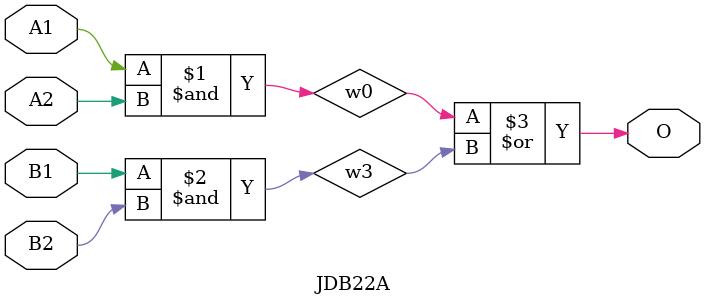
<source format=v>
module JDB22A(A1, A2, B1, B2, O);
input   A1;
input   A2;
input   B1;
input   B2;
output  O;
and g0(w0, A1, A2);
and g1(w3, B1, B2);
or g2(O, w0, w3);
endmodule
</source>
